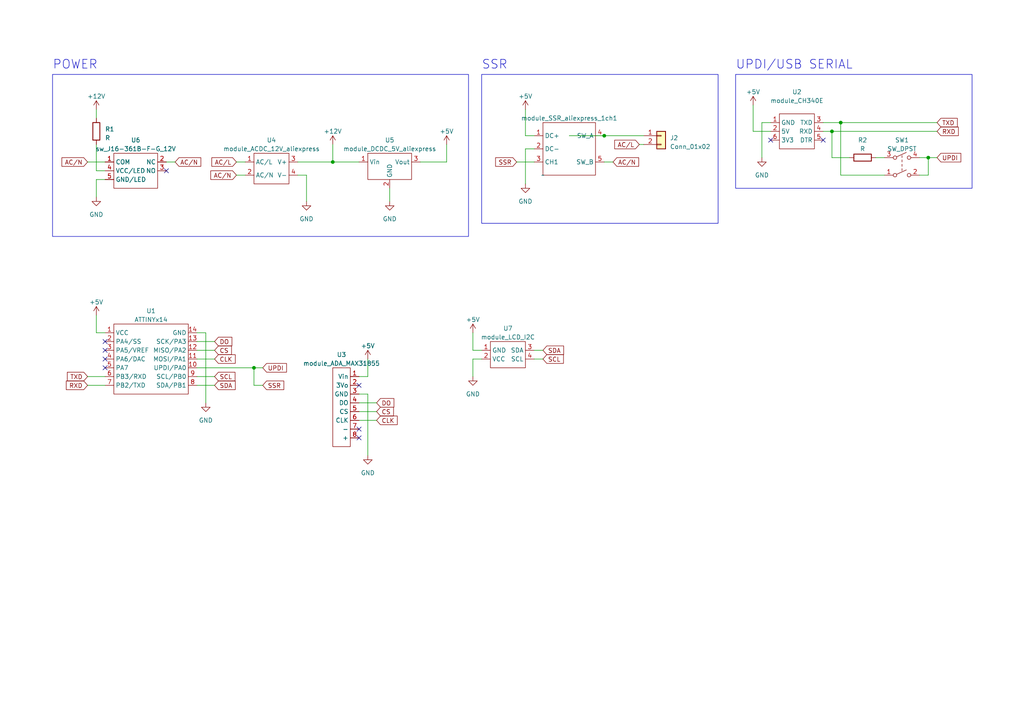
<source format=kicad_sch>
(kicad_sch (version 20230121) (generator eeschema)
  (paper "A4")
  (lib_symbols
    (symbol "Connector_Generic:Conn_01x02" (pin_names (offset 1.016) hide)
      (property "Reference" "J" (at 0 2.54 0))
      (property "Value" "Conn_01x02" (at 0 -5.08 0))
      (symbol "Conn_01x02_1_1"
        (rectangle (start -1.27 -2.413) (end 0 -2.667) (stroke (width 0.1524)))
        (rectangle (start -1.27 0.127) (end 0 -0.127) (stroke (width 0.1524)))
        (rectangle (start -1.27 1.27) (end 1.27 -3.81) (stroke (width 0.254)) (fill (type background)))
        (pin passive line (at -5.08 0 0) (length 3.81) (name "Pin_1") (number "1"))
        (pin passive line (at -5.08 -2.54 0) (length 3.81) (name "Pin_2") (number "2"))
      )
    )
    (symbol "Device:R" (pin_numbers hide) (pin_names (offset 0))
      (property "Reference" "R" (at 2.032 0 90))
      (property "Value" "R" (at 0 0 90))
      (symbol "R_0_1"
        (rectangle (start -1.016 -2.54) (end 1.016 2.54) (stroke (width 0.254)))
      )
      (symbol "R_1_1"
        (pin passive line (at 0 3.81 270) (length 1.27) (name "~") (number "1"))
        (pin passive line (at 0 -3.81 90) (length 1.27) (name "~") (number "2"))
      )
    )
    (symbol "MYLIB:ATTINYx14"
      (property "Reference" "U" (at 1.27 24.13 0))
      (property "Value" "ATTINYx14" (at 5.08 21.59 0))
      (symbol "ATTINYx14_0_1"
        (rectangle (start 0 20.32) (end 21.59 0))
      )
      (symbol "ATTINYx14_1_1"
        (pin power_in line (at -2.54 17.78 0) (length 2.54) (name "VCC") (number "1"))
        (pin bidirectional line (at 24.13 7.62 180) (length 2.54) (name "UPDI/PA0") (number "10"))
        (pin bidirectional line (at 24.13 10.16 180) (length 2.54) (name "MOSI/PA1") (number "11"))
        (pin bidirectional line (at 24.13 12.7 180) (length 2.54) (name "MISO/PA2") (number "12"))
        (pin bidirectional line (at 24.13 15.24 180) (length 2.54) (name "SCK/PA3") (number "13"))
        (pin power_in line (at 24.13 17.78 180) (length 2.54) (name "GND") (number "14"))
        (pin bidirectional line (at -2.54 15.24 0) (length 2.54) (name "PA4/SS") (number "2"))
        (pin bidirectional line (at -2.54 12.7 0) (length 2.54) (name "PA5/VREF") (number "3"))
        (pin bidirectional line (at -2.54 10.16 0) (length 2.54) (name "PA6/DAC") (number "4"))
        (pin bidirectional line (at -2.54 7.62 0) (length 2.54) (name "PA7") (number "5"))
        (pin bidirectional line (at -2.54 5.08 0) (length 2.54) (name "PB3/RXD") (number "6"))
        (pin bidirectional line (at -2.54 2.54 0) (length 2.54) (name "PB2/TXD") (number "7"))
        (pin bidirectional line (at 24.13 2.54 180) (length 2.54) (name "SDA/PB1") (number "8"))
        (pin bidirectional line (at 24.13 5.08 180) (length 2.54) (name "SCL/PB0") (number "9"))
      )
    )
    (symbol "MYLIB:module_ACDC_12V_aliexpress"
      (property "Reference" "U" (at 1.27 12.7 0))
      (property "Value" "module_ACDC_12V_aliexpress" (at 5.08 10.16 0))
      (symbol "module_ACDC_12V_aliexpress_0_1"
        (rectangle (start 0 8.89) (end 10.16 0))
      )
      (symbol "module_ACDC_12V_aliexpress_1_1"
        (pin power_in line (at -2.54 6.35 0) (length 2.54) (name "AC/L") (number "1"))
        (pin power_in line (at -2.54 2.54 0) (length 2.54) (name "AC/N") (number "2"))
        (pin power_out line (at 12.7 6.35 180) (length 2.54) (name "V+") (number "3"))
        (pin power_out line (at 12.7 2.54 180) (length 2.54) (name "V-") (number "4"))
      )
    )
    (symbol "MYLIB:module_ADA_MAX31855"
      (property "Reference" "U" (at 1.27 24.13 0))
      (property "Value" "module_ADA_MAX31855" (at 2.54 -1.27 0))
      (symbol "module_ADA_MAX31855_0_1"
        (rectangle (start 0 22.86) (end 5.08 0))
      )
      (symbol "module_ADA_MAX31855_1_1"
        (pin power_in line (at 7.62 20.32 180) (length 2.54) (name "Vin") (number "1"))
        (pin power_in line (at 7.62 17.78 180) (length 2.54) (name "3Vo") (number "2"))
        (pin power_in line (at 7.62 15.24 180) (length 2.54) (name "GND") (number "3"))
        (pin input line (at 7.62 12.7 180) (length 2.54) (name "DO") (number "4"))
        (pin input line (at 7.62 10.16 180) (length 2.54) (name "CS") (number "5"))
        (pin input line (at 7.62 7.62 180) (length 2.54) (name "CLK") (number "6"))
        (pin input line (at 7.62 5.08 180) (length 2.54) (name "-") (number "7"))
        (pin input line (at 7.62 2.54 180) (length 2.54) (name "+") (number "8"))
      )
    )
    (symbol "MYLIB:module_CH340E"
      (property "Reference" "U" (at 1.27 12.7 0))
      (property "Value" "module_CH340E" (at 7.62 11.43 0))
      (symbol "module_CH340E_0_0"
        (text "" (at 1.27 10.16 0) (effects (font (size 1.27 1.27))))
        (text "" (at 1.27 12.7 0) (effects (font (size 1.27 1.27))))
        (text "" (at 7.62 12.7 0) (effects (font (size 1.27 1.27))))
      )
      (symbol "module_CH340E_0_1"
        (rectangle (start 0 10.16) (end 10.16 0))
      )
      (symbol "module_CH340E_1_1"
        (pin power_in line (at -2.54 7.62 0) (length 2.54) (name "GND") (number "1"))
        (pin power_out line (at -2.54 5.08 0) (length 2.54) (name "5V") (number "2"))
        (pin output line (at 12.7 7.62 180) (length 2.54) (name "TXD") (number "3"))
        (pin output line (at 12.7 5.08 180) (length 2.54) (name "RXD") (number "4"))
        (pin output line (at 12.7 2.54 180) (length 2.54) (name "DTR") (number "5"))
        (pin power_out line (at -2.54 2.54 0) (length 2.54) (name "3V3") (number "6"))
      )
    )
    (symbol "MYLIB:module_DCDC_5V_aliexpress"
      (property "Reference" "U" (at 1.27 12.7 0))
      (property "Value" "module_DCDC_5V_aliexpress" (at 6.35 11.43 0))
      (symbol "module_DCDC_5V_aliexpress_0_1"
        (rectangle (start 0 10.16) (end 12.7 2.54))
      )
      (symbol "module_DCDC_5V_aliexpress_1_1"
        (pin power_in line (at -2.54 7.62 0) (length 2.54) (name "Vin") (number "1"))
        (pin power_in line (at 6.35 0 90) (length 2.54) (name "GND") (number "2"))
        (pin power_in line (at 15.24 7.62 180) (length 2.54) (name "Vout") (number "3"))
      )
    )
    (symbol "MYLIB:module_LCD_I2C"
      (property "Reference" "U" (at 1.27 11.43 0))
      (property "Value" "module_LCD_I2C" (at 5.08 8.89 0))
      (symbol "module_LCD_I2C_0_1"
        (rectangle (start 0 7.62) (end 10.16 0))
      )
      (symbol "module_LCD_I2C_1_1"
        (pin power_in line (at -2.54 5.08 0) (length 2.54) (name "GND") (number "1"))
        (pin power_in line (at -2.54 2.54 0) (length 2.54) (name "VCC") (number "2"))
        (pin passive line (at 12.7 5.08 180) (length 2.54) (name "SDA") (number "3"))
        (pin passive line (at 12.7 2.54 180) (length 2.54) (name "SCL") (number "4"))
      )
    )
    (symbol "MYLIB:module_SSR_aliexpress_1ch"
      (property "Reference" "module_SSR_aliexpress_1ch" (at 6.35 16.51 0))
      (symbol "module_SSR_aliexpress_1ch_0_1"
        (rectangle (start 0 15.24) (end 15.24 0))
      )
      (symbol "module_SSR_aliexpress_1ch_1_1"
        (pin passive line (at -2.54 11.43 0) (length 2.54) (name "DC+") (number "1"))
        (pin passive line (at -2.54 7.62 0) (length 2.54) (name "DC-") (number "2"))
        (pin passive line (at -2.54 3.81 0) (length 2.54) (name "CH1") (number "3"))
        (pin passive line (at 17.78 11.43 180) (length 2.54) (name "SW_A") (number "4"))
        (pin passive line (at 17.78 3.81 180) (length 2.54) (name "SW_B") (number "5"))
      )
    )
    (symbol "MYLIB:sw_J16-361B-F-G_12V"
      (property "Reference" "U" (at 1.27 13.97 0))
      (property "Value" "sw_J16-361B-F-G_12V" (at 6.35 11.43 0))
      (symbol "sw_J16-361B-F-G_12V_0_1"
        (rectangle (start 0 10.16) (end 12.7 0))
      )
      (symbol "sw_J16-361B-F-G_12V_1_1"
        (pin passive line (at -2.54 7.62 0) (length 2.54) (name "COM") (number "1"))
        (pin passive line (at 15.24 7.62 180) (length 2.54) (name "NC") (number "2"))
        (pin passive line (at 15.24 5.08 180) (length 2.54) (name "NO") (number "3"))
        (pin passive line (at -2.54 5.08 0) (length 2.54) (name "VCC/LED") (number "4"))
        (pin power_in line (at -2.54 2.54 0) (length 2.54) (name "GND/LED") (number "5"))
      )
    )
    (symbol "Switch:SW_DPST" (pin_names (offset 0) hide)
      (property "Reference" "SW" (at 0 5.08 0))
      (property "Value" "SW_DPST" (at 0 -5.08 0))
      (symbol "SW_DPST_0_0"
        (circle (center -2.032 -2.54) (radius 0.508))
        (circle (center -2.032 2.54) (radius 0.508))
        (polyline (pts (xy -1.524 -2.286) (xy 1.27 -1.016)))
        (polyline (pts (xy -1.524 2.794) (xy 1.27 4.064)))
        (polyline (pts (xy 0 -1.27) (xy 0 -0.635)))
        (polyline (pts (xy 0 0) (xy 0 0.635)))
        (polyline (pts (xy 0 1.27) (xy 0 1.905)))
        (polyline (pts (xy 0 2.54) (xy 0 3.175)))
        (circle (center 2.032 -2.54) (radius 0.508))
        (circle (center 2.032 2.54) (radius 0.508))
      )
      (symbol "SW_DPST_1_1"
        (pin passive line (at -5.08 -2.54 0) (length 2.54) (name "1") (number "1"))
        (pin passive line (at 5.08 -2.54 180) (length 2.54) (name "2") (number "2"))
        (pin passive line (at -5.08 2.54 0) (length 2.54) (name "3") (number "3"))
        (pin passive line (at 5.08 2.54 180) (length 2.54) (name "4") (number "4"))
      )
    )
    (symbol "power:+12V" (power) (pin_names (offset 0))
      (property "Value" "+12V" (at 0 3.556 0))
      (symbol "+12V_0_1"
        (polyline (pts (xy -0.762 1.27) (xy 0 2.54)))
        (polyline (pts (xy 0 0) (xy 0 2.54)))
        (polyline (pts (xy 0 2.54) (xy 0.762 1.27)))
      )
      (symbol "+12V_1_1"
        (pin power_in line (at 0 0 90) (length 0) hide (name "+12V") (number "1"))
      )
    )
    (symbol "power:+5V" (power) (pin_names (offset 0))
      (property "Value" "+5V" (at 0 3.556 0))
      (symbol "+5V_0_1"
        (polyline (pts (xy -0.762 1.27) (xy 0 2.54)))
        (polyline (pts (xy 0 0) (xy 0 2.54)))
        (polyline (pts (xy 0 2.54) (xy 0.762 1.27)))
      )
      (symbol "+5V_1_1"
        (pin power_in line (at 0 0 90) (length 0) hide (name "+5V") (number "1"))
      )
    )
    (symbol "power:GND" (power) (pin_names (offset 0))
      (property "Value" "GND" (at 0 -3.81 0))
      (symbol "GND_0_1"
        (polyline (pts (xy 0 0) (xy 0 -1.27) (xy 1.27 -1.27) (xy 0 -2.54) (xy -1.27 -1.27) (xy 0 -1.27)))
      )
      (symbol "GND_1_1"
        (pin power_in line (at 0 0 270) (length 0) hide (name "GND") (number "1"))
      )
    )
  )
  (junction (at 269.24 45.72))
  (junction (at 96.52 46.99))
  (junction (at 175.26 39.37))
  (junction (at 241.3 38.1))
  (junction (at 73.66 106.68))
  (junction (at 243.84 35.56))
  (no_connect (at 30.48 99.06))
  (no_connect (at 104.14 127))
  (no_connect (at 104.14 124.46))
  (no_connect (at 223.52 40.64))
  (no_connect (at 30.48 104.14))
  (no_connect (at 238.76 40.64))
  (no_connect (at 104.14 111.76))
  (no_connect (at 30.48 101.6))
  (no_connect (at 48.26 49.53))
  (no_connect (at 30.48 106.68))
  (wire (pts (xy 25.4 46.99) (xy 30.48 46.99)))
  (wire (pts (xy 175.26 39.37) (xy 186.69 39.37)))
  (wire (pts (xy 68.58 46.99) (xy 71.12 46.99)))
  (wire (pts (xy 96.52 41.91) (xy 96.52 46.99)))
  (wire (pts (xy 220.98 35.56) (xy 220.98 45.72)))
  (wire (pts (xy 269.24 45.72) (xy 271.78 45.72)))
  (wire (pts (xy 218.44 38.1) (xy 223.52 38.1)))
  (wire (pts (xy 57.15 109.22) (xy 62.23 109.22)))
  (wire (pts (xy 154.94 39.37) (xy 152.4 39.37)))
  (wire (pts (xy 139.7 101.6) (xy 137.16 101.6)))
  (wire (pts (xy 154.94 43.18) (xy 152.4 43.18)))
  (wire (pts (xy 165.1 39.37) (xy 175.26 39.37)))
  (wire (pts (xy 175.26 46.99) (xy 177.8 46.99)))
  (wire (pts (xy 73.66 106.68) (xy 76.2 106.68)))
  (wire (pts (xy 57.15 106.68) (xy 73.66 106.68)))
  (wire (pts (xy 57.15 99.06) (xy 62.23 99.06)))
  (wire (pts (xy 266.7 50.8) (xy 269.24 50.8)))
  (wire (pts (xy 254 45.72) (xy 256.54 45.72)))
  (wire (pts (xy 27.94 96.52) (xy 30.48 96.52)))
  (wire (pts (xy 86.36 50.8) (xy 88.9 50.8)))
  (wire (pts (xy 243.84 35.56) (xy 271.78 35.56)))
  (wire (pts (xy 27.94 91.44) (xy 27.94 96.52)))
  (wire (pts (xy 104.14 121.92) (xy 109.22 121.92)))
  (wire (pts (xy 104.14 114.3) (xy 106.68 114.3)))
  (wire (pts (xy 88.9 50.8) (xy 88.9 58.42)))
  (wire (pts (xy 57.15 111.76) (xy 62.23 111.76)))
  (wire (pts (xy 106.68 109.22) (xy 104.14 109.22)))
  (wire (pts (xy 185.42 41.91) (xy 186.69 41.91)))
  (wire (pts (xy 113.03 54.61) (xy 113.03 58.42)))
  (wire (pts (xy 241.3 45.72) (xy 246.38 45.72)))
  (wire (pts (xy 104.14 119.38) (xy 109.22 119.38)))
  (wire (pts (xy 59.69 96.52) (xy 59.69 116.84)))
  (wire (pts (xy 106.68 104.14) (xy 106.68 109.22)))
  (wire (pts (xy 137.16 104.14) (xy 137.16 109.22)))
  (wire (pts (xy 241.3 38.1) (xy 241.3 45.72)))
  (wire (pts (xy 57.15 101.6) (xy 62.23 101.6)))
  (wire (pts (xy 86.36 46.99) (xy 96.52 46.99)))
  (wire (pts (xy 25.4 111.76) (xy 30.48 111.76)))
  (wire (pts (xy 57.15 104.14) (xy 62.23 104.14)))
  (wire (pts (xy 238.76 38.1) (xy 241.3 38.1)))
  (wire (pts (xy 223.52 35.56) (xy 220.98 35.56)))
  (wire (pts (xy 241.3 38.1) (xy 271.78 38.1)))
  (wire (pts (xy 73.66 111.76) (xy 73.66 106.68)))
  (wire (pts (xy 243.84 35.56) (xy 243.84 50.8)))
  (wire (pts (xy 30.48 52.07) (xy 27.94 52.07)))
  (wire (pts (xy 137.16 101.6) (xy 137.16 96.52)))
  (wire (pts (xy 96.52 46.99) (xy 104.14 46.99)))
  (wire (pts (xy 48.26 46.99) (xy 50.8 46.99)))
  (wire (pts (xy 269.24 50.8) (xy 269.24 45.72)))
  (wire (pts (xy 25.4 109.22) (xy 30.48 109.22)))
  (wire (pts (xy 243.84 50.8) (xy 256.54 50.8)))
  (wire (pts (xy 106.68 114.3) (xy 106.68 132.08)))
  (wire (pts (xy 154.94 104.14) (xy 157.48 104.14)))
  (wire (pts (xy 149.86 46.99) (xy 154.94 46.99)))
  (wire (pts (xy 139.7 104.14) (xy 137.16 104.14)))
  (wire (pts (xy 68.58 50.8) (xy 71.12 50.8)))
  (wire (pts (xy 27.94 52.07) (xy 27.94 57.15)))
  (wire (pts (xy 57.15 96.52) (xy 59.69 96.52)))
  (wire (pts (xy 266.7 45.72) (xy 269.24 45.72)))
  (wire (pts (xy 154.94 101.6) (xy 157.48 101.6)))
  (wire (pts (xy 30.48 49.53) (xy 27.94 49.53)))
  (wire (pts (xy 27.94 31.75) (xy 27.94 34.29)))
  (wire (pts (xy 104.14 116.84) (xy 109.22 116.84)))
  (wire (pts (xy 129.54 46.99) (xy 121.92 46.99)))
  (wire (pts (xy 76.2 111.76) (xy 73.66 111.76)))
  (wire (pts (xy 218.44 30.48) (xy 218.44 38.1)))
  (wire (pts (xy 27.94 49.53) (xy 27.94 41.91)))
  (wire (pts (xy 238.76 35.56) (xy 243.84 35.56)))
  (wire (pts (xy 129.54 41.91) (xy 129.54 46.99)))
  (wire (pts (xy 152.4 43.18) (xy 152.4 53.34)))
  (wire (pts (xy 152.4 39.37) (xy 152.4 31.75)))
  (rectangle (start 213.36 21.59) (end 281.94 54.61))
  (rectangle (start 139.7 21.59) (end 208.28 64.77))
  (rectangle (start 15.24 21.59) (end 135.89 68.58))
  (text "SSR" (at 139.7 20.32 0) (effects (font (size 2.54 2.54)) (justify left bottom)))
  (text "UPDI/USB SERIAL\n" (at 213.36 20.32 0) (effects (font (size 2.54 2.54)) (justify left bottom)))
  (text "POWER" (at 15.24 20.32 0) (effects (font (size 2.54 2.54)) (justify left bottom)))
  (global_label "RXD" (shape input) (at 25.4 111.76 180) (property "Intersheetrefs" "${INTERSHEET_REFS}" (effects hide)))
  (global_label "TXD" (shape input) (at 25.4 109.22 180) (property "Intersheetrefs" "${INTERSHEET_REFS}" (effects hide)))
  (global_label "SDA" (shape input) (at 62.23 111.76 0) (property "Intersheetrefs" "${INTERSHEET_REFS}" (effects hide)))
  (global_label "SSR" (shape input) (at 149.86 46.99 180) (property "Intersheetrefs" "${INTERSHEET_REFS}" (effects hide)))
  (global_label "CS" (shape input) (at 62.23 101.6 0) (property "Intersheetrefs" "${INTERSHEET_REFS}" (effects hide)))
  (global_label "CLK" (shape input) (at 62.23 104.14 0) (property "Intersheetrefs" "${INTERSHEET_REFS}" (effects hide)))
  (global_label "AC{slash}L" (shape input) (at 68.58 46.99 180) (property "Intersheetrefs" "${INTERSHEET_REFS}" (effects hide)))
  (global_label "AC{slash}N" (shape input) (at 50.8 46.99 0) (property "Intersheetrefs" "${INTERSHEET_REFS}" (effects hide)))
  (global_label "TXD" (shape input) (at 271.78 35.56 0) (property "Intersheetrefs" "${INTERSHEET_REFS}" (effects hide)))
  (global_label "AC{slash}N" (shape input) (at 177.8 46.99 0) (property "Intersheetrefs" "${INTERSHEET_REFS}" (effects hide)))
  (global_label "UPDI" (shape input) (at 271.78 45.72 0) (property "Intersheetrefs" "${INTERSHEET_REFS}" (effects hide)))
  (global_label "SDA" (shape input) (at 157.48 101.6 0) (property "Intersheetrefs" "${INTERSHEET_REFS}" (effects hide)))
  (global_label "SCL" (shape input) (at 157.48 104.14 0) (property "Intersheetrefs" "${INTERSHEET_REFS}" (effects hide)))
  (global_label "RXD" (shape input) (at 271.78 38.1 0) (property "Intersheetrefs" "${INTERSHEET_REFS}" (effects hide)))
  (global_label "UPDI" (shape input) (at 76.2 106.68 0) (property "Intersheetrefs" "${INTERSHEET_REFS}" (effects hide)))
  (global_label "AC{slash}N" (shape input) (at 68.58 50.8 180) (property "Intersheetrefs" "${INTERSHEET_REFS}" (effects hide)))
  (global_label "SSR" (shape input) (at 76.2 111.76 0) (property "Intersheetrefs" "${INTERSHEET_REFS}" (effects hide)))
  (global_label "AC{slash}N" (shape input) (at 25.4 46.99 180) (property "Intersheetrefs" "${INTERSHEET_REFS}" (effects hide)))
  (global_label "CLK" (shape input) (at 109.22 121.92 0) (property "Intersheetrefs" "${INTERSHEET_REFS}" (effects hide)))
  (global_label "DO" (shape input) (at 62.23 99.06 0) (property "Intersheetrefs" "${INTERSHEET_REFS}" (effects hide)))
  (global_label "SCL" (shape input) (at 62.23 109.22 0) (property "Intersheetrefs" "${INTERSHEET_REFS}" (effects hide)))
  (global_label "AC{slash}L" (shape input) (at 185.42 41.91 180) (property "Intersheetrefs" "${INTERSHEET_REFS}" (effects hide)))
  (global_label "CS" (shape input) (at 109.22 119.38 0) (property "Intersheetrefs" "${INTERSHEET_REFS}" (effects hide)))
  (global_label "DO" (shape input) (at 109.22 116.84 0) (property "Intersheetrefs" "${INTERSHEET_REFS}" (effects hide)))
  (symbol (lib_id "power:+12V") (at 27.94 31.75 0) (unit 1)
    (property "Reference" "#PWR08" (effects hide))
    (property "Value" "+12V" (at 27.94 27.94 0))
  )
  (symbol (lib_id "power:+12V") (at 96.52 41.91 0) (unit 1)
    (property "Reference" "#PWR07" (effects hide))
    (property "Value" "+12V" (at 96.52 38.1 0))
  )
  (symbol (lib_id "MYLIB:module_LCD_I2C") (at 142.24 106.68 0) (unit 1)
    (property "Reference" "U7" (at 147.32 95.25 0))
    (property "Value" "module_LCD_I2C" (at 147.32 97.79 0))
    (property "Footprint" "MYLIB:module_LCD_1602_I2C_aliexpress" (effects hide))
  )
  (symbol (lib_id "power:GND") (at 27.94 57.15 0) (unit 1)
    (property "Reference" "#PWR09" (effects hide))
    (property "Value" "GND" (at 27.94 62.23 0))
  )
  (symbol (lib_id "MYLIB:module_ACDC_12V_aliexpress") (at 73.66 53.34 0) (unit 1)
    (property "Reference" "U4" (at 78.74 40.64 0))
    (property "Value" "module_ACDC_12V_aliexpress" (at 78.74 43.18 0))
    (property "Footprint" "MYLIB:module_ACDC_12V_aliexpress" (effects hide))
  )
  (symbol (lib_id "MYLIB:module_CH340E") (at 226.06 43.18 0) (unit 1)
    (property "Reference" "U2" (at 231.14 26.67 0))
    (property "Value" "module_CH340E" (at 231.14 29.21 0))
    (property "Footprint" "MYLIB:module_CH340E" (effects hide))
  )
  (symbol (lib_id "power:GND") (at 59.69 116.84 0) (unit 1)
    (property "Reference" "#PWR015" (effects hide))
    (property "Value" "GND" (at 59.69 121.92 0))
  )
  (symbol (lib_id "power:+5V") (at 218.44 30.48 0) (unit 1)
    (property "Reference" "#PWR013" (effects hide))
    (property "Value" "+5V" (at 218.44 26.67 0))
  )
  (symbol (lib_id "power:GND") (at 152.4 53.34 0) (unit 1)
    (property "Reference" "#PWR010" (effects hide))
    (property "Value" "GND" (at 152.4 58.42 0))
  )
  (symbol (lib_id "power:+5V") (at 137.16 96.52 0) (unit 1)
    (property "Reference" "#PWR02" (effects hide))
    (property "Value" "+5V" (at 137.16 92.71 0))
  )
  (symbol (lib_id "MYLIB:sw_J16-361B-F-G_12V") (at 33.02 54.61 0) (unit 1)
    (property "Reference" "U6" (at 39.37 40.64 0))
    (property "Value" "sw_J16-361B-F-G_12V" (at 39.37 43.18 0))
  )
  (symbol (lib_id "Device:R") (at 27.94 38.1 0) (unit 1)
    (property "Reference" "R1" (at 30.48 37.465 0) (effects (justify left)))
    (property "Value" "R" (at 30.48 40.005 0) (effects (justify left)))
  )
  (symbol (lib_id "power:+5V") (at 27.94 91.44 0) (unit 1)
    (property "Reference" "#PWR014" (effects hide))
    (property "Value" "+5V" (at 27.94 87.63 0))
  )
  (symbol (lib_id "Switch:SW_DPST") (at 261.62 48.26 0) (unit 1)
    (property "Reference" "SW1" (at 261.62 40.64 0))
    (property "Value" "SW_DPST" (at 261.62 43.18 0))
  )
  (symbol (lib_id "power:GND") (at 220.98 45.72 0) (unit 1)
    (property "Reference" "#PWR012" (effects hide))
    (property "Value" "GND" (at 220.98 50.8 0))
  )
  (symbol (lib_id "MYLIB:module_ADA_MAX31855") (at 96.52 129.54 0) (unit 1)
    (property "Reference" "U3" (at 99.06 102.87 0))
    (property "Value" "module_ADA_MAX31855" (at 99.06 105.41 0))
    (property "Footprint" "MYLIB:module_ADA_MAX31855" (effects hide))
  )
  (symbol (lib_id "power:+5V") (at 152.4 31.75 0) (unit 1)
    (property "Reference" "#PWR011" (effects hide))
    (property "Value" "+5V" (at 152.4 27.94 0))
  )
  (symbol (lib_id "power:GND") (at 88.9 58.42 0) (unit 1)
    (property "Reference" "#PWR01" (effects hide))
    (property "Value" "GND" (at 88.9 63.5 0))
  )
  (symbol (lib_id "Connector_Generic:Conn_01x02") (at 191.77 39.37 0) (unit 1)
    (property "Reference" "J2" (at 194.31 40.005 0) (effects (justify left)))
    (property "Value" "Conn_01x02" (at 194.31 42.545 0) (effects (justify left)))
  )
  (symbol (lib_id "power:GND") (at 106.68 132.08 0) (unit 1)
    (property "Reference" "#PWR016" (effects hide))
    (property "Value" "GND" (at 106.68 137.16 0))
  )
  (symbol (lib_id "power:GND") (at 113.03 58.42 0) (unit 1)
    (property "Reference" "#PWR05" (effects hide))
    (property "Value" "GND" (at 113.03 63.5 0))
  )
  (symbol (lib_id "MYLIB:ATTINYx14") (at 33.02 114.3 0) (unit 1)
    (property "Reference" "U1" (at 43.815 90.17 0))
    (property "Value" "ATTINYx14" (at 43.815 92.71 0))
    (property "Footprint" "MYLIB:module_ATTINYxxx4" (effects hide))
  )
  (symbol (lib_id "Device:R") (at 250.19 45.72 90) (unit 1)
    (property "Reference" "R2" (at 250.19 40.64 90))
    (property "Value" "R" (at 250.19 43.18 90))
  )
  (symbol (lib_id "MYLIB:module_SSR_aliexpress_1ch") (at 157.48 50.8 0) (unit 1)
    (property "Reference" "module_SSR_aliexpress_1ch1" (at 165.1 34.29 0))
    (property "Value" "~" (at 157.48 50.8 0))
    (property "Footprint" "MYLIB:module_SSR_aliexpress_1ch_0_1" (effects hide))
  )
  (symbol (lib_id "power:+5V") (at 129.54 41.91 0) (unit 1)
    (property "Reference" "#PWR06" (effects hide))
    (property "Value" "+5V" (at 129.54 38.1 0))
  )
  (symbol (lib_id "MYLIB:module_DCDC_5V_aliexpress") (at 106.68 54.61 0) (unit 1)
    (property "Reference" "U5" (at 113.03 40.64 0))
    (property "Value" "module_DCDC_5V_aliexpress" (at 113.03 43.18 0))
    (property "Footprint" "MYLIB:module_DCDC_12V_aliexpress" (effects hide))
  )
  (symbol (lib_id "power:+5V") (at 106.68 104.14 0) (unit 1)
    (property "Reference" "#PWR017" (effects hide))
    (property "Value" "+5V" (at 106.68 100.33 0))
  )
  (symbol (lib_id "power:GND") (at 137.16 109.22 0) (unit 1)
    (property "Reference" "#PWR03" (effects hide))
    (property "Value" "GND" (at 137.16 114.3 0))
  )
)
</source>
